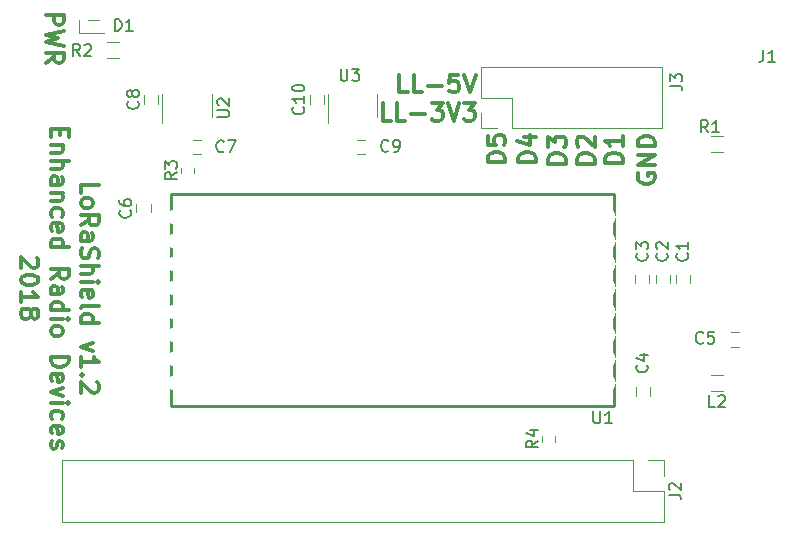
<source format=gto>
G04 #@! TF.GenerationSoftware,KiCad,Pcbnew,(5.0.0)*
G04 #@! TF.CreationDate,2018-10-04T08:41:43-07:00*
G04 #@! TF.ProjectId,LoRaShield,4C6F5261536869656C642E6B69636164,rev?*
G04 #@! TF.SameCoordinates,PX69db1f0PY7882d48*
G04 #@! TF.FileFunction,Legend,Top*
G04 #@! TF.FilePolarity,Positive*
%FSLAX46Y46*%
G04 Gerber Fmt 4.6, Leading zero omitted, Abs format (unit mm)*
G04 Created by KiCad (PCBNEW (5.0.0)) date 10/04/18 08:41:43*
%MOMM*%
%LPD*%
G01*
G04 APERTURE LIST*
%ADD10C,0.300000*%
%ADD11C,0.250000*%
%ADD12C,0.120000*%
%ADD13C,0.150000*%
%ADD14R,13.200000X6.200000*%
%ADD15O,4.200000X1.400000*%
%ADD16R,0.950000X1.000000*%
%ADD17R,4.264000X2.200000*%
%ADD18R,4.264000X1.724000*%
%ADD19R,1.000000X0.950000*%
%ADD20R,0.700000X1.100000*%
%ADD21R,1.900000X1.900000*%
%ADD22O,1.900000X1.900000*%
%ADD23R,0.400000X1.300000*%
%ADD24R,0.400000X1.200000*%
%ADD25C,1.980000*%
%ADD26O,2.200000X2.200000*%
%ADD27R,2.200000X2.200000*%
%ADD28R,0.800000X1.000000*%
%ADD29R,0.800000X0.600000*%
G04 APERTURE END LIST*
D10*
X3031428Y50500000D02*
X4531428Y50500000D01*
X4531428Y49928572D01*
X4460000Y49785715D01*
X4388571Y49714286D01*
X4245714Y49642858D01*
X4031428Y49642858D01*
X3888571Y49714286D01*
X3817142Y49785715D01*
X3745714Y49928572D01*
X3745714Y50500000D01*
X4531428Y49142858D02*
X3031428Y48785715D01*
X4102857Y48500000D01*
X3031428Y48214286D01*
X4531428Y47857143D01*
X3031428Y46428572D02*
X3745714Y46928572D01*
X3031428Y47285715D02*
X4531428Y47285715D01*
X4531428Y46714286D01*
X4460000Y46571429D01*
X4388571Y46500000D01*
X4245714Y46428572D01*
X4031428Y46428572D01*
X3888571Y46500000D01*
X3817142Y46571429D01*
X3745714Y46714286D01*
X3745714Y47285715D01*
X53210000Y37057143D02*
X53138571Y36914286D01*
X53138571Y36700000D01*
X53210000Y36485715D01*
X53352857Y36342858D01*
X53495714Y36271429D01*
X53781428Y36200000D01*
X53995714Y36200000D01*
X54281428Y36271429D01*
X54424285Y36342858D01*
X54567142Y36485715D01*
X54638571Y36700000D01*
X54638571Y36842858D01*
X54567142Y37057143D01*
X54495714Y37128572D01*
X53995714Y37128572D01*
X53995714Y36842858D01*
X54638571Y37771429D02*
X53138571Y37771429D01*
X54638571Y38628572D01*
X53138571Y38628572D01*
X54638571Y39342858D02*
X53138571Y39342858D01*
X53138571Y39700000D01*
X53210000Y39914286D01*
X53352857Y40057143D01*
X53495714Y40128572D01*
X53781428Y40200000D01*
X53995714Y40200000D01*
X54281428Y40128572D01*
X54424285Y40057143D01*
X54567142Y39914286D01*
X54638571Y39700000D01*
X54638571Y39342858D01*
X51888571Y37942858D02*
X50388571Y37942858D01*
X50388571Y38300000D01*
X50460000Y38514286D01*
X50602857Y38657143D01*
X50745714Y38728572D01*
X51031428Y38800000D01*
X51245714Y38800000D01*
X51531428Y38728572D01*
X51674285Y38657143D01*
X51817142Y38514286D01*
X51888571Y38300000D01*
X51888571Y37942858D01*
X51888571Y40228572D02*
X51888571Y39371429D01*
X51888571Y39800000D02*
X50388571Y39800000D01*
X50602857Y39657143D01*
X50745714Y39514286D01*
X50817142Y39371429D01*
X49488571Y37892858D02*
X47988571Y37892858D01*
X47988571Y38250000D01*
X48060000Y38464286D01*
X48202857Y38607143D01*
X48345714Y38678572D01*
X48631428Y38750000D01*
X48845714Y38750000D01*
X49131428Y38678572D01*
X49274285Y38607143D01*
X49417142Y38464286D01*
X49488571Y38250000D01*
X49488571Y37892858D01*
X48131428Y39321429D02*
X48060000Y39392858D01*
X47988571Y39535715D01*
X47988571Y39892858D01*
X48060000Y40035715D01*
X48131428Y40107143D01*
X48274285Y40178572D01*
X48417142Y40178572D01*
X48631428Y40107143D01*
X49488571Y39250000D01*
X49488571Y40178572D01*
X47038571Y37892858D02*
X45538571Y37892858D01*
X45538571Y38250000D01*
X45610000Y38464286D01*
X45752857Y38607143D01*
X45895714Y38678572D01*
X46181428Y38750000D01*
X46395714Y38750000D01*
X46681428Y38678572D01*
X46824285Y38607143D01*
X46967142Y38464286D01*
X47038571Y38250000D01*
X47038571Y37892858D01*
X45538571Y39250000D02*
X45538571Y40178572D01*
X46110000Y39678572D01*
X46110000Y39892858D01*
X46181428Y40035715D01*
X46252857Y40107143D01*
X46395714Y40178572D01*
X46752857Y40178572D01*
X46895714Y40107143D01*
X46967142Y40035715D01*
X47038571Y39892858D01*
X47038571Y39464286D01*
X46967142Y39321429D01*
X46895714Y39250000D01*
X44538571Y37992858D02*
X43038571Y37992858D01*
X43038571Y38350000D01*
X43110000Y38564286D01*
X43252857Y38707143D01*
X43395714Y38778572D01*
X43681428Y38850000D01*
X43895714Y38850000D01*
X44181428Y38778572D01*
X44324285Y38707143D01*
X44467142Y38564286D01*
X44538571Y38350000D01*
X44538571Y37992858D01*
X43538571Y40135715D02*
X44538571Y40135715D01*
X42967142Y39778572D02*
X44038571Y39421429D01*
X44038571Y40350000D01*
X41938571Y37992858D02*
X40438571Y37992858D01*
X40438571Y38350000D01*
X40510000Y38564286D01*
X40652857Y38707143D01*
X40795714Y38778572D01*
X41081428Y38850000D01*
X41295714Y38850000D01*
X41581428Y38778572D01*
X41724285Y38707143D01*
X41867142Y38564286D01*
X41938571Y38350000D01*
X41938571Y37992858D01*
X40438571Y40207143D02*
X40438571Y39492858D01*
X41152857Y39421429D01*
X41081428Y39492858D01*
X41010000Y39635715D01*
X41010000Y39992858D01*
X41081428Y40135715D01*
X41152857Y40207143D01*
X41295714Y40278572D01*
X41652857Y40278572D01*
X41795714Y40207143D01*
X41867142Y40135715D01*
X41938571Y39992858D01*
X41938571Y39635715D01*
X41867142Y39492858D01*
X41795714Y39421429D01*
X32267142Y41521429D02*
X31552857Y41521429D01*
X31552857Y43021429D01*
X33481428Y41521429D02*
X32767142Y41521429D01*
X32767142Y43021429D01*
X33981428Y42092858D02*
X35124285Y42092858D01*
X35695714Y43021429D02*
X36624285Y43021429D01*
X36124285Y42450000D01*
X36338571Y42450000D01*
X36481428Y42378572D01*
X36552857Y42307143D01*
X36624285Y42164286D01*
X36624285Y41807143D01*
X36552857Y41664286D01*
X36481428Y41592858D01*
X36338571Y41521429D01*
X35910000Y41521429D01*
X35767142Y41592858D01*
X35695714Y41664286D01*
X37052857Y43021429D02*
X37552857Y41521429D01*
X38052857Y43021429D01*
X38410000Y43021429D02*
X39338571Y43021429D01*
X38838571Y42450000D01*
X39052857Y42450000D01*
X39195714Y42378572D01*
X39267142Y42307143D01*
X39338571Y42164286D01*
X39338571Y41807143D01*
X39267142Y41664286D01*
X39195714Y41592858D01*
X39052857Y41521429D01*
X38624285Y41521429D01*
X38481428Y41592858D01*
X38410000Y41664286D01*
X33681428Y43921429D02*
X32967142Y43921429D01*
X32967142Y45421429D01*
X34895714Y43921429D02*
X34181428Y43921429D01*
X34181428Y45421429D01*
X35395714Y44492858D02*
X36538571Y44492858D01*
X37967142Y45421429D02*
X37252857Y45421429D01*
X37181428Y44707143D01*
X37252857Y44778572D01*
X37395714Y44850000D01*
X37752857Y44850000D01*
X37895714Y44778572D01*
X37967142Y44707143D01*
X38038571Y44564286D01*
X38038571Y44207143D01*
X37967142Y44064286D01*
X37895714Y43992858D01*
X37752857Y43921429D01*
X37395714Y43921429D01*
X37252857Y43992858D01*
X37181428Y44064286D01*
X38467142Y45421429D02*
X38967142Y43921429D01*
X39467142Y45421429D01*
X6006428Y35360715D02*
X6006428Y36075001D01*
X7506428Y36075001D01*
X6006428Y34646429D02*
X6077857Y34789286D01*
X6149285Y34860715D01*
X6292142Y34932143D01*
X6720714Y34932143D01*
X6863571Y34860715D01*
X6935000Y34789286D01*
X7006428Y34646429D01*
X7006428Y34432143D01*
X6935000Y34289286D01*
X6863571Y34217858D01*
X6720714Y34146429D01*
X6292142Y34146429D01*
X6149285Y34217858D01*
X6077857Y34289286D01*
X6006428Y34432143D01*
X6006428Y34646429D01*
X6006428Y32646429D02*
X6720714Y33146429D01*
X6006428Y33503572D02*
X7506428Y33503572D01*
X7506428Y32932143D01*
X7435000Y32789286D01*
X7363571Y32717858D01*
X7220714Y32646429D01*
X7006428Y32646429D01*
X6863571Y32717858D01*
X6792142Y32789286D01*
X6720714Y32932143D01*
X6720714Y33503572D01*
X6006428Y31360715D02*
X6792142Y31360715D01*
X6935000Y31432143D01*
X7006428Y31575001D01*
X7006428Y31860715D01*
X6935000Y32003572D01*
X6077857Y31360715D02*
X6006428Y31503572D01*
X6006428Y31860715D01*
X6077857Y32003572D01*
X6220714Y32075001D01*
X6363571Y32075001D01*
X6506428Y32003572D01*
X6577857Y31860715D01*
X6577857Y31503572D01*
X6649285Y31360715D01*
X6077857Y30717858D02*
X6006428Y30503572D01*
X6006428Y30146429D01*
X6077857Y30003572D01*
X6149285Y29932143D01*
X6292142Y29860715D01*
X6435000Y29860715D01*
X6577857Y29932143D01*
X6649285Y30003572D01*
X6720714Y30146429D01*
X6792142Y30432143D01*
X6863571Y30575001D01*
X6935000Y30646429D01*
X7077857Y30717858D01*
X7220714Y30717858D01*
X7363571Y30646429D01*
X7435000Y30575001D01*
X7506428Y30432143D01*
X7506428Y30075001D01*
X7435000Y29860715D01*
X6006428Y29217858D02*
X7506428Y29217858D01*
X6006428Y28575001D02*
X6792142Y28575001D01*
X6935000Y28646429D01*
X7006428Y28789286D01*
X7006428Y29003572D01*
X6935000Y29146429D01*
X6863571Y29217858D01*
X6006428Y27860715D02*
X7006428Y27860715D01*
X7506428Y27860715D02*
X7435000Y27932143D01*
X7363571Y27860715D01*
X7435000Y27789286D01*
X7506428Y27860715D01*
X7363571Y27860715D01*
X6077857Y26575001D02*
X6006428Y26717858D01*
X6006428Y27003572D01*
X6077857Y27146429D01*
X6220714Y27217858D01*
X6792142Y27217858D01*
X6935000Y27146429D01*
X7006428Y27003572D01*
X7006428Y26717858D01*
X6935000Y26575001D01*
X6792142Y26503572D01*
X6649285Y26503572D01*
X6506428Y27217858D01*
X6006428Y25646429D02*
X6077857Y25789286D01*
X6220714Y25860715D01*
X7506428Y25860715D01*
X6006428Y24432143D02*
X7506428Y24432143D01*
X6077857Y24432143D02*
X6006428Y24575001D01*
X6006428Y24860715D01*
X6077857Y25003572D01*
X6149285Y25075001D01*
X6292142Y25146429D01*
X6720714Y25146429D01*
X6863571Y25075001D01*
X6935000Y25003572D01*
X7006428Y24860715D01*
X7006428Y24575001D01*
X6935000Y24432143D01*
X7006428Y22717858D02*
X6006428Y22360715D01*
X7006428Y22003572D01*
X6006428Y20646429D02*
X6006428Y21503572D01*
X6006428Y21075001D02*
X7506428Y21075001D01*
X7292142Y21217858D01*
X7149285Y21360715D01*
X7077857Y21503572D01*
X6149285Y20003572D02*
X6077857Y19932143D01*
X6006428Y20003572D01*
X6077857Y20075001D01*
X6149285Y20003572D01*
X6006428Y20003572D01*
X7363571Y19360715D02*
X7435000Y19289286D01*
X7506428Y19146429D01*
X7506428Y18789286D01*
X7435000Y18646429D01*
X7363571Y18575001D01*
X7220714Y18503572D01*
X7077857Y18503572D01*
X6863571Y18575001D01*
X6006428Y19432143D01*
X6006428Y18503572D01*
X4242142Y40825001D02*
X4242142Y40325001D01*
X3456428Y40110715D02*
X3456428Y40825001D01*
X4956428Y40825001D01*
X4956428Y40110715D01*
X4456428Y39467858D02*
X3456428Y39467858D01*
X4313571Y39467858D02*
X4385000Y39396429D01*
X4456428Y39253572D01*
X4456428Y39039286D01*
X4385000Y38896429D01*
X4242142Y38825001D01*
X3456428Y38825001D01*
X3456428Y38110715D02*
X4956428Y38110715D01*
X3456428Y37467858D02*
X4242142Y37467858D01*
X4385000Y37539286D01*
X4456428Y37682143D01*
X4456428Y37896429D01*
X4385000Y38039286D01*
X4313571Y38110715D01*
X3456428Y36110715D02*
X4242142Y36110715D01*
X4385000Y36182143D01*
X4456428Y36325001D01*
X4456428Y36610715D01*
X4385000Y36753572D01*
X3527857Y36110715D02*
X3456428Y36253572D01*
X3456428Y36610715D01*
X3527857Y36753572D01*
X3670714Y36825001D01*
X3813571Y36825001D01*
X3956428Y36753572D01*
X4027857Y36610715D01*
X4027857Y36253572D01*
X4099285Y36110715D01*
X4456428Y35396429D02*
X3456428Y35396429D01*
X4313571Y35396429D02*
X4385000Y35325001D01*
X4456428Y35182143D01*
X4456428Y34967858D01*
X4385000Y34825001D01*
X4242142Y34753572D01*
X3456428Y34753572D01*
X3527857Y33396429D02*
X3456428Y33539286D01*
X3456428Y33825001D01*
X3527857Y33967858D01*
X3599285Y34039286D01*
X3742142Y34110715D01*
X4170714Y34110715D01*
X4313571Y34039286D01*
X4385000Y33967858D01*
X4456428Y33825001D01*
X4456428Y33539286D01*
X4385000Y33396429D01*
X3527857Y32182143D02*
X3456428Y32325001D01*
X3456428Y32610715D01*
X3527857Y32753572D01*
X3670714Y32825001D01*
X4242142Y32825001D01*
X4385000Y32753572D01*
X4456428Y32610715D01*
X4456428Y32325001D01*
X4385000Y32182143D01*
X4242142Y32110715D01*
X4099285Y32110715D01*
X3956428Y32825001D01*
X3456428Y30825001D02*
X4956428Y30825001D01*
X3527857Y30825001D02*
X3456428Y30967858D01*
X3456428Y31253572D01*
X3527857Y31396429D01*
X3599285Y31467858D01*
X3742142Y31539286D01*
X4170714Y31539286D01*
X4313571Y31467858D01*
X4385000Y31396429D01*
X4456428Y31253572D01*
X4456428Y30967858D01*
X4385000Y30825001D01*
X3456428Y28110715D02*
X4170714Y28610715D01*
X3456428Y28967858D02*
X4956428Y28967858D01*
X4956428Y28396429D01*
X4885000Y28253572D01*
X4813571Y28182143D01*
X4670714Y28110715D01*
X4456428Y28110715D01*
X4313571Y28182143D01*
X4242142Y28253572D01*
X4170714Y28396429D01*
X4170714Y28967858D01*
X3456428Y26825001D02*
X4242142Y26825001D01*
X4385000Y26896429D01*
X4456428Y27039286D01*
X4456428Y27325001D01*
X4385000Y27467858D01*
X3527857Y26825001D02*
X3456428Y26967858D01*
X3456428Y27325001D01*
X3527857Y27467858D01*
X3670714Y27539286D01*
X3813571Y27539286D01*
X3956428Y27467858D01*
X4027857Y27325001D01*
X4027857Y26967858D01*
X4099285Y26825001D01*
X3456428Y25467858D02*
X4956428Y25467858D01*
X3527857Y25467858D02*
X3456428Y25610715D01*
X3456428Y25896429D01*
X3527857Y26039286D01*
X3599285Y26110715D01*
X3742142Y26182143D01*
X4170714Y26182143D01*
X4313571Y26110715D01*
X4385000Y26039286D01*
X4456428Y25896429D01*
X4456428Y25610715D01*
X4385000Y25467858D01*
X3456428Y24753572D02*
X4456428Y24753572D01*
X4956428Y24753572D02*
X4885000Y24825001D01*
X4813571Y24753572D01*
X4885000Y24682143D01*
X4956428Y24753572D01*
X4813571Y24753572D01*
X3456428Y23825001D02*
X3527857Y23967858D01*
X3599285Y24039286D01*
X3742142Y24110715D01*
X4170714Y24110715D01*
X4313571Y24039286D01*
X4385000Y23967858D01*
X4456428Y23825001D01*
X4456428Y23610715D01*
X4385000Y23467858D01*
X4313571Y23396429D01*
X4170714Y23325001D01*
X3742142Y23325001D01*
X3599285Y23396429D01*
X3527857Y23467858D01*
X3456428Y23610715D01*
X3456428Y23825001D01*
X3456428Y21539286D02*
X4956428Y21539286D01*
X4956428Y21182143D01*
X4885000Y20967858D01*
X4742142Y20825001D01*
X4599285Y20753572D01*
X4313571Y20682143D01*
X4099285Y20682143D01*
X3813571Y20753572D01*
X3670714Y20825001D01*
X3527857Y20967858D01*
X3456428Y21182143D01*
X3456428Y21539286D01*
X3527857Y19467858D02*
X3456428Y19610715D01*
X3456428Y19896429D01*
X3527857Y20039286D01*
X3670714Y20110715D01*
X4242142Y20110715D01*
X4385000Y20039286D01*
X4456428Y19896429D01*
X4456428Y19610715D01*
X4385000Y19467858D01*
X4242142Y19396429D01*
X4099285Y19396429D01*
X3956428Y20110715D01*
X4456428Y18896429D02*
X3456428Y18539286D01*
X4456428Y18182143D01*
X3456428Y17610715D02*
X4456428Y17610715D01*
X4956428Y17610715D02*
X4885000Y17682143D01*
X4813571Y17610715D01*
X4885000Y17539286D01*
X4956428Y17610715D01*
X4813571Y17610715D01*
X3527857Y16253572D02*
X3456428Y16396429D01*
X3456428Y16682143D01*
X3527857Y16825001D01*
X3599285Y16896429D01*
X3742142Y16967858D01*
X4170714Y16967858D01*
X4313571Y16896429D01*
X4385000Y16825001D01*
X4456428Y16682143D01*
X4456428Y16396429D01*
X4385000Y16253572D01*
X3527857Y15039286D02*
X3456428Y15182143D01*
X3456428Y15467858D01*
X3527857Y15610715D01*
X3670714Y15682143D01*
X4242142Y15682143D01*
X4385000Y15610715D01*
X4456428Y15467858D01*
X4456428Y15182143D01*
X4385000Y15039286D01*
X4242142Y14967858D01*
X4099285Y14967858D01*
X3956428Y15682143D01*
X3527857Y14396429D02*
X3456428Y14253572D01*
X3456428Y13967858D01*
X3527857Y13825001D01*
X3670714Y13753572D01*
X3742142Y13753572D01*
X3885000Y13825001D01*
X3956428Y13967858D01*
X3956428Y14182143D01*
X4027857Y14325001D01*
X4170714Y14396429D01*
X4242142Y14396429D01*
X4385000Y14325001D01*
X4456428Y14182143D01*
X4456428Y13967858D01*
X4385000Y13825001D01*
X2263571Y29896429D02*
X2335000Y29825000D01*
X2406428Y29682143D01*
X2406428Y29325000D01*
X2335000Y29182143D01*
X2263571Y29110715D01*
X2120714Y29039286D01*
X1977857Y29039286D01*
X1763571Y29110715D01*
X906428Y29967858D01*
X906428Y29039286D01*
X2406428Y28110715D02*
X2406428Y27967858D01*
X2335000Y27825000D01*
X2263571Y27753572D01*
X2120714Y27682143D01*
X1835000Y27610715D01*
X1477857Y27610715D01*
X1192142Y27682143D01*
X1049285Y27753572D01*
X977857Y27825000D01*
X906428Y27967858D01*
X906428Y28110715D01*
X977857Y28253572D01*
X1049285Y28325000D01*
X1192142Y28396429D01*
X1477857Y28467858D01*
X1835000Y28467858D01*
X2120714Y28396429D01*
X2263571Y28325000D01*
X2335000Y28253572D01*
X2406428Y28110715D01*
X906428Y26182143D02*
X906428Y27039286D01*
X906428Y26610715D02*
X2406428Y26610715D01*
X2192142Y26753572D01*
X2049285Y26896429D01*
X1977857Y27039286D01*
X1763571Y25325000D02*
X1835000Y25467858D01*
X1906428Y25539286D01*
X2049285Y25610715D01*
X2120714Y25610715D01*
X2263571Y25539286D01*
X2335000Y25467858D01*
X2406428Y25325000D01*
X2406428Y25039286D01*
X2335000Y24896429D01*
X2263571Y24825000D01*
X2120714Y24753572D01*
X2049285Y24753572D01*
X1906428Y24825000D01*
X1835000Y24896429D01*
X1763571Y25039286D01*
X1763571Y25325000D01*
X1692142Y25467858D01*
X1620714Y25539286D01*
X1477857Y25610715D01*
X1192142Y25610715D01*
X1049285Y25539286D01*
X977857Y25467858D01*
X906428Y25325000D01*
X906428Y25039286D01*
X977857Y24896429D01*
X1049285Y24825000D01*
X1192142Y24753572D01*
X1477857Y24753572D01*
X1620714Y24825000D01*
X1692142Y24896429D01*
X1763571Y25039286D01*
D11*
G04 #@! TO.C,U1*
X13660000Y17350000D02*
X51160000Y17350000D01*
X13660000Y35350000D02*
X13660000Y17350000D01*
X51160000Y35350000D02*
X13660000Y35350000D01*
X51160000Y17350000D02*
X51160000Y35350000D01*
D12*
G04 #@! TO.C,C1*
X57560000Y28450000D02*
X57560000Y27750000D01*
X56360000Y27750000D02*
X56360000Y28450000D01*
G04 #@! TO.C,C2*
X55860000Y28450000D02*
X55860000Y27750000D01*
X54660000Y27750000D02*
X54660000Y28450000D01*
G04 #@! TO.C,C3*
X54110000Y28450000D02*
X54110000Y27750000D01*
X52910000Y27750000D02*
X52910000Y28450000D01*
G04 #@! TO.C,C4*
X53010000Y18250000D02*
X53010000Y18950000D01*
X54210000Y18950000D02*
X54210000Y18250000D01*
G04 #@! TO.C,C5*
X61710000Y22400000D02*
X61010000Y22400000D01*
X61010000Y23600000D02*
X61710000Y23600000D01*
G04 #@! TO.C,L2*
X59360000Y20030000D02*
X60360000Y20030000D01*
X60360000Y18670000D02*
X59360000Y18670000D01*
G04 #@! TO.C,C6*
X11910000Y34450000D02*
X11910000Y33750000D01*
X10710000Y33750000D02*
X10710000Y34450000D01*
G04 #@! TO.C,C7*
X16160000Y38715000D02*
X15460000Y38715000D01*
X15460000Y39915000D02*
X16160000Y39915000D01*
G04 #@! TO.C,C8*
X12560000Y43665000D02*
X12560000Y42965000D01*
X11360000Y42965000D02*
X11360000Y43665000D01*
G04 #@! TO.C,J2*
X4412000Y12780000D02*
X4412000Y7580000D01*
X52732000Y12780000D02*
X4412000Y12780000D01*
X55332000Y7580000D02*
X4412000Y7580000D01*
X52732000Y12780000D02*
X52732000Y10180000D01*
X52732000Y10180000D02*
X55332000Y10180000D01*
X55332000Y10180000D02*
X55332000Y7580000D01*
X54002000Y12780000D02*
X55332000Y12780000D01*
X55332000Y12780000D02*
X55332000Y11450000D01*
G04 #@! TO.C,U2*
X17102000Y43815000D02*
X17102000Y41815000D01*
X12902000Y43815000D02*
X12902000Y41315000D01*
G04 #@! TO.C,C9*
X30060000Y38715000D02*
X29360000Y38715000D01*
X29360000Y39915000D02*
X30060000Y39915000D01*
G04 #@! TO.C,C10*
X26560000Y43665000D02*
X26560000Y42965000D01*
X25360000Y42965000D02*
X25360000Y43665000D01*
G04 #@! TO.C,R1*
X59360000Y40230000D02*
X60360000Y40230000D01*
X60360000Y38870000D02*
X59360000Y38870000D01*
G04 #@! TO.C,U3*
X31102000Y43815000D02*
X31102000Y41815000D01*
X26902000Y43815000D02*
X26902000Y41315000D01*
G04 #@! TO.C,J3*
X55240000Y40870000D02*
X55240000Y46070000D01*
X42480000Y40870000D02*
X55240000Y40870000D01*
X39880000Y46070000D02*
X55240000Y46070000D01*
X42480000Y40870000D02*
X42480000Y43470000D01*
X42480000Y43470000D02*
X39880000Y43470000D01*
X39880000Y43470000D02*
X39880000Y46070000D01*
X41210000Y40870000D02*
X39880000Y40870000D01*
X39880000Y40870000D02*
X39880000Y42200000D01*
G04 #@! TO.C,D1*
X5835001Y50070000D02*
X7935001Y50070000D01*
X5835001Y48930000D02*
X7935001Y48930000D01*
X5835001Y50070000D02*
X5835001Y48930000D01*
G04 #@! TO.C,R2*
X9210000Y46820000D02*
X8210000Y46820000D01*
X8210000Y48180000D02*
X9210000Y48180000D01*
G04 #@! TO.C,R3*
X14480000Y37550000D02*
X14480000Y37050000D01*
X15540000Y37050000D02*
X15540000Y37550000D01*
G04 #@! TO.C,R4*
X46140000Y14350000D02*
X46140000Y14850000D01*
X45080000Y14850000D02*
X45080000Y14350000D01*
G04 #@! TO.C,U1*
D13*
X49398095Y16897620D02*
X49398095Y16088096D01*
X49445714Y15992858D01*
X49493333Y15945239D01*
X49588571Y15897620D01*
X49779047Y15897620D01*
X49874285Y15945239D01*
X49921904Y15992858D01*
X49969523Y16088096D01*
X49969523Y16897620D01*
X50969523Y15897620D02*
X50398095Y15897620D01*
X50683809Y15897620D02*
X50683809Y16897620D01*
X50588571Y16754762D01*
X50493333Y16659524D01*
X50398095Y16611905D01*
G04 #@! TO.C,C1*
X57317142Y30283334D02*
X57364761Y30235715D01*
X57412380Y30092858D01*
X57412380Y29997620D01*
X57364761Y29854762D01*
X57269523Y29759524D01*
X57174285Y29711905D01*
X56983809Y29664286D01*
X56840952Y29664286D01*
X56650476Y29711905D01*
X56555238Y29759524D01*
X56460000Y29854762D01*
X56412380Y29997620D01*
X56412380Y30092858D01*
X56460000Y30235715D01*
X56507619Y30283334D01*
X57412380Y31235715D02*
X57412380Y30664286D01*
X57412380Y30950000D02*
X56412380Y30950000D01*
X56555238Y30854762D01*
X56650476Y30759524D01*
X56698095Y30664286D01*
G04 #@! TO.C,C2*
X55617142Y30283334D02*
X55664761Y30235715D01*
X55712380Y30092858D01*
X55712380Y29997620D01*
X55664761Y29854762D01*
X55569523Y29759524D01*
X55474285Y29711905D01*
X55283809Y29664286D01*
X55140952Y29664286D01*
X54950476Y29711905D01*
X54855238Y29759524D01*
X54760000Y29854762D01*
X54712380Y29997620D01*
X54712380Y30092858D01*
X54760000Y30235715D01*
X54807619Y30283334D01*
X54807619Y30664286D02*
X54760000Y30711905D01*
X54712380Y30807143D01*
X54712380Y31045239D01*
X54760000Y31140477D01*
X54807619Y31188096D01*
X54902857Y31235715D01*
X54998095Y31235715D01*
X55140952Y31188096D01*
X55712380Y30616667D01*
X55712380Y31235715D01*
G04 #@! TO.C,C3*
X53917142Y30283334D02*
X53964761Y30235715D01*
X54012380Y30092858D01*
X54012380Y29997620D01*
X53964761Y29854762D01*
X53869523Y29759524D01*
X53774285Y29711905D01*
X53583809Y29664286D01*
X53440952Y29664286D01*
X53250476Y29711905D01*
X53155238Y29759524D01*
X53060000Y29854762D01*
X53012380Y29997620D01*
X53012380Y30092858D01*
X53060000Y30235715D01*
X53107619Y30283334D01*
X53012380Y30616667D02*
X53012380Y31235715D01*
X53393333Y30902381D01*
X53393333Y31045239D01*
X53440952Y31140477D01*
X53488571Y31188096D01*
X53583809Y31235715D01*
X53821904Y31235715D01*
X53917142Y31188096D01*
X53964761Y31140477D01*
X54012380Y31045239D01*
X54012380Y30759524D01*
X53964761Y30664286D01*
X53917142Y30616667D01*
G04 #@! TO.C,J1*
X63776666Y47497620D02*
X63776666Y46783334D01*
X63729047Y46640477D01*
X63633809Y46545239D01*
X63490952Y46497620D01*
X63395714Y46497620D01*
X64776666Y46497620D02*
X64205238Y46497620D01*
X64490952Y46497620D02*
X64490952Y47497620D01*
X64395714Y47354762D01*
X64300476Y47259524D01*
X64205238Y47211905D01*
G04 #@! TO.C,C4*
X53917142Y20833334D02*
X53964761Y20785715D01*
X54012380Y20642858D01*
X54012380Y20547620D01*
X53964761Y20404762D01*
X53869523Y20309524D01*
X53774285Y20261905D01*
X53583809Y20214286D01*
X53440952Y20214286D01*
X53250476Y20261905D01*
X53155238Y20309524D01*
X53060000Y20404762D01*
X53012380Y20547620D01*
X53012380Y20642858D01*
X53060000Y20785715D01*
X53107619Y20833334D01*
X53345714Y21690477D02*
X54012380Y21690477D01*
X52964761Y21452381D02*
X53679047Y21214286D01*
X53679047Y21833334D01*
G04 #@! TO.C,C5*
X58693333Y22742858D02*
X58645714Y22695239D01*
X58502857Y22647620D01*
X58407619Y22647620D01*
X58264761Y22695239D01*
X58169523Y22790477D01*
X58121904Y22885715D01*
X58074285Y23076191D01*
X58074285Y23219048D01*
X58121904Y23409524D01*
X58169523Y23504762D01*
X58264761Y23600000D01*
X58407619Y23647620D01*
X58502857Y23647620D01*
X58645714Y23600000D01*
X58693333Y23552381D01*
X59598095Y23647620D02*
X59121904Y23647620D01*
X59074285Y23171429D01*
X59121904Y23219048D01*
X59217142Y23266667D01*
X59455238Y23266667D01*
X59550476Y23219048D01*
X59598095Y23171429D01*
X59645714Y23076191D01*
X59645714Y22838096D01*
X59598095Y22742858D01*
X59550476Y22695239D01*
X59455238Y22647620D01*
X59217142Y22647620D01*
X59121904Y22695239D01*
X59074285Y22742858D01*
G04 #@! TO.C,L2*
X59693333Y17297620D02*
X59217142Y17297620D01*
X59217142Y18297620D01*
X59979047Y18202381D02*
X60026666Y18250000D01*
X60121904Y18297620D01*
X60360000Y18297620D01*
X60455238Y18250000D01*
X60502857Y18202381D01*
X60550476Y18107143D01*
X60550476Y18011905D01*
X60502857Y17869048D01*
X59931428Y17297620D01*
X60550476Y17297620D01*
G04 #@! TO.C,C6*
X10167142Y33933334D02*
X10214761Y33885715D01*
X10262380Y33742858D01*
X10262380Y33647620D01*
X10214761Y33504762D01*
X10119523Y33409524D01*
X10024285Y33361905D01*
X9833809Y33314286D01*
X9690952Y33314286D01*
X9500476Y33361905D01*
X9405238Y33409524D01*
X9310000Y33504762D01*
X9262380Y33647620D01*
X9262380Y33742858D01*
X9310000Y33885715D01*
X9357619Y33933334D01*
X9262380Y34790477D02*
X9262380Y34600000D01*
X9310000Y34504762D01*
X9357619Y34457143D01*
X9500476Y34361905D01*
X9690952Y34314286D01*
X10071904Y34314286D01*
X10167142Y34361905D01*
X10214761Y34409524D01*
X10262380Y34504762D01*
X10262380Y34695239D01*
X10214761Y34790477D01*
X10167142Y34838096D01*
X10071904Y34885715D01*
X9833809Y34885715D01*
X9738571Y34838096D01*
X9690952Y34790477D01*
X9643333Y34695239D01*
X9643333Y34504762D01*
X9690952Y34409524D01*
X9738571Y34361905D01*
X9833809Y34314286D01*
G04 #@! TO.C,C7*
X18093333Y38942858D02*
X18045714Y38895239D01*
X17902857Y38847620D01*
X17807619Y38847620D01*
X17664761Y38895239D01*
X17569523Y38990477D01*
X17521904Y39085715D01*
X17474285Y39276191D01*
X17474285Y39419048D01*
X17521904Y39609524D01*
X17569523Y39704762D01*
X17664761Y39800000D01*
X17807619Y39847620D01*
X17902857Y39847620D01*
X18045714Y39800000D01*
X18093333Y39752381D01*
X18426666Y39847620D02*
X19093333Y39847620D01*
X18664761Y38847620D01*
G04 #@! TO.C,C8*
X10817142Y43148334D02*
X10864761Y43100715D01*
X10912380Y42957858D01*
X10912380Y42862620D01*
X10864761Y42719762D01*
X10769523Y42624524D01*
X10674285Y42576905D01*
X10483809Y42529286D01*
X10340952Y42529286D01*
X10150476Y42576905D01*
X10055238Y42624524D01*
X9960000Y42719762D01*
X9912380Y42862620D01*
X9912380Y42957858D01*
X9960000Y43100715D01*
X10007619Y43148334D01*
X10340952Y43719762D02*
X10293333Y43624524D01*
X10245714Y43576905D01*
X10150476Y43529286D01*
X10102857Y43529286D01*
X10007619Y43576905D01*
X9960000Y43624524D01*
X9912380Y43719762D01*
X9912380Y43910239D01*
X9960000Y44005477D01*
X10007619Y44053096D01*
X10102857Y44100715D01*
X10150476Y44100715D01*
X10245714Y44053096D01*
X10293333Y44005477D01*
X10340952Y43910239D01*
X10340952Y43719762D01*
X10388571Y43624524D01*
X10436190Y43576905D01*
X10531428Y43529286D01*
X10721904Y43529286D01*
X10817142Y43576905D01*
X10864761Y43624524D01*
X10912380Y43719762D01*
X10912380Y43910239D01*
X10864761Y44005477D01*
X10817142Y44053096D01*
X10721904Y44100715D01*
X10531428Y44100715D01*
X10436190Y44053096D01*
X10388571Y44005477D01*
X10340952Y43910239D01*
G04 #@! TO.C,J2*
X55784380Y9846667D02*
X56498666Y9846667D01*
X56641523Y9799048D01*
X56736761Y9703810D01*
X56784380Y9560953D01*
X56784380Y9465715D01*
X55879619Y10275239D02*
X55832000Y10322858D01*
X55784380Y10418096D01*
X55784380Y10656191D01*
X55832000Y10751429D01*
X55879619Y10799048D01*
X55974857Y10846667D01*
X56070095Y10846667D01*
X56212952Y10799048D01*
X56784380Y10227620D01*
X56784380Y10846667D01*
G04 #@! TO.C,U2*
X17562380Y41838096D02*
X18371904Y41838096D01*
X18467142Y41885715D01*
X18514761Y41933334D01*
X18562380Y42028572D01*
X18562380Y42219048D01*
X18514761Y42314286D01*
X18467142Y42361905D01*
X18371904Y42409524D01*
X17562380Y42409524D01*
X17657619Y42838096D02*
X17610000Y42885715D01*
X17562380Y42980953D01*
X17562380Y43219048D01*
X17610000Y43314286D01*
X17657619Y43361905D01*
X17752857Y43409524D01*
X17848095Y43409524D01*
X17990952Y43361905D01*
X18562380Y42790477D01*
X18562380Y43409524D01*
G04 #@! TO.C,C9*
X32043333Y38992858D02*
X31995714Y38945239D01*
X31852857Y38897620D01*
X31757619Y38897620D01*
X31614761Y38945239D01*
X31519523Y39040477D01*
X31471904Y39135715D01*
X31424285Y39326191D01*
X31424285Y39469048D01*
X31471904Y39659524D01*
X31519523Y39754762D01*
X31614761Y39850000D01*
X31757619Y39897620D01*
X31852857Y39897620D01*
X31995714Y39850000D01*
X32043333Y39802381D01*
X32519523Y38897620D02*
X32710000Y38897620D01*
X32805238Y38945239D01*
X32852857Y38992858D01*
X32948095Y39135715D01*
X32995714Y39326191D01*
X32995714Y39707143D01*
X32948095Y39802381D01*
X32900476Y39850000D01*
X32805238Y39897620D01*
X32614761Y39897620D01*
X32519523Y39850000D01*
X32471904Y39802381D01*
X32424285Y39707143D01*
X32424285Y39469048D01*
X32471904Y39373810D01*
X32519523Y39326191D01*
X32614761Y39278572D01*
X32805238Y39278572D01*
X32900476Y39326191D01*
X32948095Y39373810D01*
X32995714Y39469048D01*
G04 #@! TO.C,C10*
X24817142Y42672143D02*
X24864761Y42624524D01*
X24912380Y42481667D01*
X24912380Y42386429D01*
X24864761Y42243572D01*
X24769523Y42148334D01*
X24674285Y42100715D01*
X24483809Y42053096D01*
X24340952Y42053096D01*
X24150476Y42100715D01*
X24055238Y42148334D01*
X23960000Y42243572D01*
X23912380Y42386429D01*
X23912380Y42481667D01*
X23960000Y42624524D01*
X24007619Y42672143D01*
X24912380Y43624524D02*
X24912380Y43053096D01*
X24912380Y43338810D02*
X23912380Y43338810D01*
X24055238Y43243572D01*
X24150476Y43148334D01*
X24198095Y43053096D01*
X23912380Y44243572D02*
X23912380Y44338810D01*
X23960000Y44434048D01*
X24007619Y44481667D01*
X24102857Y44529286D01*
X24293333Y44576905D01*
X24531428Y44576905D01*
X24721904Y44529286D01*
X24817142Y44481667D01*
X24864761Y44434048D01*
X24912380Y44338810D01*
X24912380Y44243572D01*
X24864761Y44148334D01*
X24817142Y44100715D01*
X24721904Y44053096D01*
X24531428Y44005477D01*
X24293333Y44005477D01*
X24102857Y44053096D01*
X24007619Y44100715D01*
X23960000Y44148334D01*
X23912380Y44243572D01*
G04 #@! TO.C,R1*
X59093333Y40547620D02*
X58760000Y41023810D01*
X58521904Y40547620D02*
X58521904Y41547620D01*
X58902857Y41547620D01*
X58998095Y41500000D01*
X59045714Y41452381D01*
X59093333Y41357143D01*
X59093333Y41214286D01*
X59045714Y41119048D01*
X58998095Y41071429D01*
X58902857Y41023810D01*
X58521904Y41023810D01*
X60045714Y40547620D02*
X59474285Y40547620D01*
X59760000Y40547620D02*
X59760000Y41547620D01*
X59664761Y41404762D01*
X59569523Y41309524D01*
X59474285Y41261905D01*
G04 #@! TO.C,U3*
X27998095Y45897620D02*
X27998095Y45088096D01*
X28045714Y44992858D01*
X28093333Y44945239D01*
X28188571Y44897620D01*
X28379047Y44897620D01*
X28474285Y44945239D01*
X28521904Y44992858D01*
X28569523Y45088096D01*
X28569523Y45897620D01*
X28950476Y45897620D02*
X29569523Y45897620D01*
X29236190Y45516667D01*
X29379047Y45516667D01*
X29474285Y45469048D01*
X29521904Y45421429D01*
X29569523Y45326191D01*
X29569523Y45088096D01*
X29521904Y44992858D01*
X29474285Y44945239D01*
X29379047Y44897620D01*
X29093333Y44897620D01*
X28998095Y44945239D01*
X28950476Y44992858D01*
G04 #@! TO.C,J3*
X55912380Y44466667D02*
X56626666Y44466667D01*
X56769523Y44419048D01*
X56864761Y44323810D01*
X56912380Y44180953D01*
X56912380Y44085715D01*
X55912380Y44847620D02*
X55912380Y45466667D01*
X56293333Y45133334D01*
X56293333Y45276191D01*
X56340952Y45371429D01*
X56388571Y45419048D01*
X56483809Y45466667D01*
X56721904Y45466667D01*
X56817142Y45419048D01*
X56864761Y45371429D01*
X56912380Y45276191D01*
X56912380Y44990477D01*
X56864761Y44895239D01*
X56817142Y44847620D01*
G04 #@! TO.C,D1*
X8871904Y49142621D02*
X8871904Y50142621D01*
X9110000Y50142621D01*
X9252857Y50095001D01*
X9348095Y49999763D01*
X9395714Y49904525D01*
X9443333Y49714049D01*
X9443333Y49571192D01*
X9395714Y49380716D01*
X9348095Y49285478D01*
X9252857Y49190240D01*
X9110000Y49142621D01*
X8871904Y49142621D01*
X10395714Y49142621D02*
X9824285Y49142621D01*
X10110000Y49142621D02*
X10110000Y50142621D01*
X10014761Y49999763D01*
X9919523Y49904525D01*
X9824285Y49856906D01*
G04 #@! TO.C,R2*
X5918334Y47017619D02*
X5585001Y47493809D01*
X5346905Y47017619D02*
X5346905Y48017619D01*
X5727858Y48017619D01*
X5823096Y47969999D01*
X5870715Y47922380D01*
X5918334Y47827142D01*
X5918334Y47684285D01*
X5870715Y47589047D01*
X5823096Y47541428D01*
X5727858Y47493809D01*
X5346905Y47493809D01*
X6299286Y47922380D02*
X6346905Y47969999D01*
X6442143Y48017619D01*
X6680239Y48017619D01*
X6775477Y47969999D01*
X6823096Y47922380D01*
X6870715Y47827142D01*
X6870715Y47731904D01*
X6823096Y47589047D01*
X6251667Y47017619D01*
X6870715Y47017619D01*
G04 #@! TO.C,R3*
X14112380Y37133334D02*
X13636190Y36800000D01*
X14112380Y36561905D02*
X13112380Y36561905D01*
X13112380Y36942858D01*
X13160000Y37038096D01*
X13207619Y37085715D01*
X13302857Y37133334D01*
X13445714Y37133334D01*
X13540952Y37085715D01*
X13588571Y37038096D01*
X13636190Y36942858D01*
X13636190Y36561905D01*
X13112380Y37466667D02*
X13112380Y38085715D01*
X13493333Y37752381D01*
X13493333Y37895239D01*
X13540952Y37990477D01*
X13588571Y38038096D01*
X13683809Y38085715D01*
X13921904Y38085715D01*
X14017142Y38038096D01*
X14064761Y37990477D01*
X14112380Y37895239D01*
X14112380Y37609524D01*
X14064761Y37514286D01*
X14017142Y37466667D01*
G04 #@! TO.C,R4*
X44712380Y14433334D02*
X44236190Y14100000D01*
X44712380Y13861905D02*
X43712380Y13861905D01*
X43712380Y14242858D01*
X43760000Y14338096D01*
X43807619Y14385715D01*
X43902857Y14433334D01*
X44045714Y14433334D01*
X44140952Y14385715D01*
X44188571Y14338096D01*
X44236190Y14242858D01*
X44236190Y13861905D01*
X44045714Y15290477D02*
X44712380Y15290477D01*
X43664761Y15052381D02*
X44379047Y14814286D01*
X44379047Y15433334D01*
G04 #@! TD*
%LPC*%
D14*
G04 #@! TO.C,U1*
X34610000Y28100000D03*
D15*
X15460000Y19350000D03*
X15460000Y21350000D03*
X15460000Y23350000D03*
X15460000Y25350000D03*
X15460000Y27350000D03*
X15460000Y29350000D03*
X15460000Y31350000D03*
X15460000Y33350000D03*
X49160000Y33350000D03*
X49160000Y31350000D03*
X49160000Y29350000D03*
X49160000Y27350000D03*
X49160000Y25350000D03*
X49160000Y23350000D03*
X49160000Y21350000D03*
X49160000Y19350000D03*
G04 #@! TD*
D16*
G04 #@! TO.C,C1*
X56960000Y28850000D03*
X56960000Y27350000D03*
G04 #@! TD*
G04 #@! TO.C,C2*
X55260000Y28850000D03*
X55260000Y27350000D03*
G04 #@! TD*
G04 #@! TO.C,C3*
X53510000Y28850000D03*
X53510000Y27350000D03*
G04 #@! TD*
D17*
G04 #@! TO.C,J1*
X66260000Y39338000D03*
X66260000Y44862000D03*
D18*
X66260000Y42100000D03*
G04 #@! TD*
D16*
G04 #@! TO.C,C4*
X53610000Y17850000D03*
X53610000Y19350000D03*
G04 #@! TD*
D19*
G04 #@! TO.C,C5*
X62110000Y23000000D03*
X60610000Y23000000D03*
G04 #@! TD*
D20*
G04 #@! TO.C,L2*
X60610000Y19350000D03*
X59110000Y19350000D03*
G04 #@! TD*
D16*
G04 #@! TO.C,C6*
X11310000Y34850000D03*
X11310000Y33350000D03*
G04 #@! TD*
D19*
G04 #@! TO.C,C7*
X16560000Y39315000D03*
X15060000Y39315000D03*
G04 #@! TD*
D16*
G04 #@! TO.C,C8*
X11960000Y44065000D03*
X11960000Y42565000D03*
G04 #@! TD*
D21*
G04 #@! TO.C,J2*
X54002000Y11450000D03*
D22*
X54002000Y8910000D03*
X51462000Y11450000D03*
X51462000Y8910000D03*
X48922000Y11450000D03*
X48922000Y8910000D03*
X46382000Y11450000D03*
X46382000Y8910000D03*
X43842000Y11450000D03*
X43842000Y8910000D03*
X41302000Y11450000D03*
X41302000Y8910000D03*
X38762000Y11450000D03*
X38762000Y8910000D03*
X36222000Y11450000D03*
X36222000Y8910000D03*
X33682000Y11450000D03*
X33682000Y8910000D03*
X31142000Y11450000D03*
X31142000Y8910000D03*
X28602000Y11450000D03*
X28602000Y8910000D03*
X26062000Y11450000D03*
X26062000Y8910000D03*
X23522000Y11450000D03*
X23522000Y8910000D03*
X20982000Y11450000D03*
X20982000Y8910000D03*
X18442000Y11450000D03*
X18442000Y8910000D03*
X15902000Y11450000D03*
X15902000Y8910000D03*
X13362000Y11450000D03*
X13362000Y8910000D03*
X10822000Y11450000D03*
X10822000Y8910000D03*
X8282000Y11450000D03*
X8282000Y8910000D03*
X5742000Y11450000D03*
X5742000Y8910000D03*
G04 #@! TD*
D23*
G04 #@! TO.C,U2*
X13202000Y41965000D03*
D24*
X13602000Y41915000D03*
X14002000Y41915000D03*
X14402000Y41915000D03*
X14802000Y41915000D03*
X15202000Y41915000D03*
X15602000Y41915000D03*
X16002000Y41915000D03*
X16402000Y41915000D03*
X16802000Y41915000D03*
X16802000Y43715000D03*
X16402000Y43715000D03*
X16002000Y43715000D03*
X15602000Y43715000D03*
X15202000Y43715000D03*
X14802000Y43715000D03*
X14402000Y43715000D03*
X14002000Y43715000D03*
X13602000Y43715000D03*
X13202000Y43715000D03*
G04 #@! TD*
D19*
G04 #@! TO.C,C9*
X30460000Y39315000D03*
X28960000Y39315000D03*
G04 #@! TD*
D16*
G04 #@! TO.C,C10*
X25960000Y44065000D03*
X25960000Y42565000D03*
G04 #@! TD*
D20*
G04 #@! TO.C,R1*
X60610000Y39550000D03*
X59110000Y39550000D03*
G04 #@! TD*
D23*
G04 #@! TO.C,U3*
X27202000Y41965000D03*
D24*
X27602000Y41915000D03*
X28002000Y41915000D03*
X28402000Y41915000D03*
X28802000Y41915000D03*
X29202000Y41915000D03*
X29602000Y41915000D03*
X30002000Y41915000D03*
X30402000Y41915000D03*
X30802000Y41915000D03*
X30802000Y43715000D03*
X30402000Y43715000D03*
X30002000Y43715000D03*
X29602000Y43715000D03*
X29202000Y43715000D03*
X28802000Y43715000D03*
X28402000Y43715000D03*
X28002000Y43715000D03*
X27602000Y43715000D03*
X27202000Y43715000D03*
G04 #@! TD*
D21*
G04 #@! TO.C,J3*
X41210000Y42200000D03*
D22*
X41210000Y44740000D03*
X43750000Y42200000D03*
X43750000Y44740000D03*
X46290000Y42200000D03*
X46290000Y44740000D03*
X48830000Y42200000D03*
X48830000Y44740000D03*
X51370000Y42200000D03*
X51370000Y44740000D03*
X53910000Y42200000D03*
X53910000Y44740000D03*
G04 #@! TD*
D25*
G04 #@! TO.C,A1*
X65936000Y7798000D03*
X65936000Y35738000D03*
X15136000Y50978000D03*
X13866000Y2718000D03*
D26*
X60856000Y50978000D03*
X63396000Y50978000D03*
X23776000Y50978000D03*
X63396000Y2718000D03*
X26316000Y50978000D03*
X60856000Y2718000D03*
X28856000Y50978000D03*
X58316000Y2718000D03*
X31396000Y50978000D03*
X55776000Y2718000D03*
X33936000Y50978000D03*
X53236000Y2718000D03*
X36476000Y50978000D03*
X50696000Y2718000D03*
X39016000Y50978000D03*
X45616000Y2718000D03*
X41556000Y50978000D03*
X43076000Y2718000D03*
X45616000Y50978000D03*
X40536000Y2718000D03*
X48156000Y50978000D03*
X37996000Y2718000D03*
X50696000Y50978000D03*
X35456000Y2718000D03*
X53236000Y50978000D03*
X32916000Y2718000D03*
X55776000Y50978000D03*
X30376000Y2718000D03*
X58316000Y50978000D03*
D27*
X27836000Y2718000D03*
D26*
X21236000Y50978000D03*
X18696000Y50978000D03*
G04 #@! TD*
D28*
G04 #@! TO.C,D1*
X7985001Y49500000D03*
X6285001Y49500000D03*
G04 #@! TD*
D20*
G04 #@! TO.C,R2*
X7960000Y47500000D03*
X9460000Y47500000D03*
G04 #@! TD*
D29*
G04 #@! TO.C,R3*
X15010000Y36850000D03*
X15010000Y37750000D03*
G04 #@! TD*
G04 #@! TO.C,R4*
X45610000Y15050000D03*
X45610000Y14150000D03*
G04 #@! TD*
M02*

</source>
